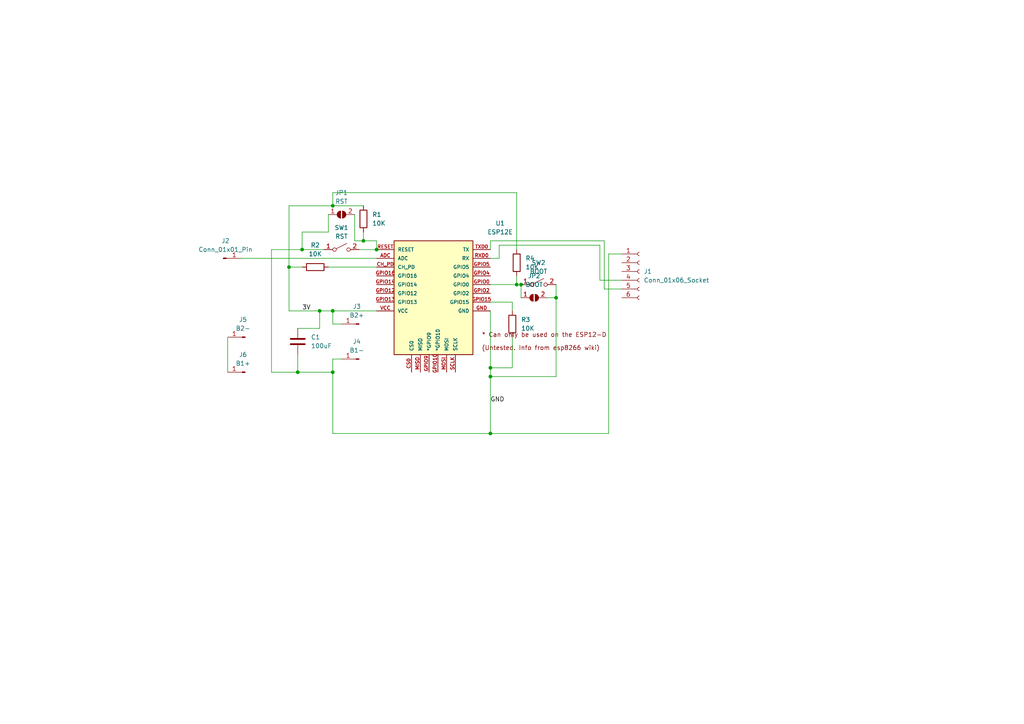
<source format=kicad_sch>
(kicad_sch (version 20230121) (generator eeschema)
  (paper "A4")
  (lib_symbols
    (symbol "Connector:Conn_01x01_Pin" (pin_names (offset 1.016) hide)
      (property "Reference" "J" (at 0 2.54 0))
      (property "Value" "Conn_01x01_Pin" (at 0 -2.54 0))
      (symbol "Conn_01x01_Pin_1_1"
        (polyline (pts (xy 1.27 0) (xy 0.8636 0)) (stroke (width 0.1524)))
        (rectangle (start 0.8636 0.127) (end 0 -0.127) (stroke (width 0.1524)) (fill (type outline)))
        (pin passive line (at 5.08 0 180) (length 3.81) (name "Pin_1") (number "1"))
      )
    )
    (symbol "Connector:Conn_01x06_Socket" (pin_names (offset 1.016) hide)
      (property "Reference" "J" (at 0 7.62 0))
      (property "Value" "Conn_01x06_Socket" (at 0 -10.16 0))
      (symbol "Conn_01x06_Socket_1_1"
        (arc (start 0 -7.112) (mid -0.5058 -7.62) (end 0 -8.128) (stroke (width 0.1524)))
        (arc (start 0 -4.572) (mid -0.5058 -5.08) (end 0 -5.588) (stroke (width 0.1524)))
        (arc (start 0 -2.032) (mid -0.5058 -2.54) (end 0 -3.048) (stroke (width 0.1524)))
        (polyline (pts (xy -1.27 -7.62) (xy -0.508 -7.62)) (stroke (width 0.1524)))
        (polyline (pts (xy -1.27 -5.08) (xy -0.508 -5.08)) (stroke (width 0.1524)))
        (polyline (pts (xy -1.27 -2.54) (xy -0.508 -2.54)) (stroke (width 0.1524)))
        (polyline (pts (xy -1.27 0) (xy -0.508 0)) (stroke (width 0.1524)))
        (polyline (pts (xy -1.27 2.54) (xy -0.508 2.54)) (stroke (width 0.1524)))
        (polyline (pts (xy -1.27 5.08) (xy -0.508 5.08)) (stroke (width 0.1524)))
        (arc (start 0 0.508) (mid -0.5058 0) (end 0 -0.508) (stroke (width 0.1524)))
        (arc (start 0 3.048) (mid -0.5058 2.54) (end 0 2.032) (stroke (width 0.1524)))
        (arc (start 0 5.588) (mid -0.5058 5.08) (end 0 4.572) (stroke (width 0.1524)))
        (pin passive line (at -5.08 5.08 0) (length 3.81) (name "Pin_1") (number "1"))
        (pin passive line (at -5.08 2.54 0) (length 3.81) (name "Pin_2") (number "2"))
        (pin passive line (at -5.08 0 0) (length 3.81) (name "Pin_3") (number "3"))
        (pin passive line (at -5.08 -2.54 0) (length 3.81) (name "Pin_4") (number "4"))
        (pin passive line (at -5.08 -5.08 0) (length 3.81) (name "Pin_5") (number "5"))
        (pin passive line (at -5.08 -7.62 0) (length 3.81) (name "Pin_6") (number "6"))
      )
    )
    (symbol "Device:C" (pin_numbers hide) (pin_names (offset 0.254))
      (property "Reference" "C" (at 0.635 2.54 0))
      (property "Value" "C" (at 0.635 -2.54 0))
      (symbol "C_0_1"
        (polyline (pts (xy -2.032 -0.762) (xy 2.032 -0.762)) (stroke (width 0.508)))
        (polyline (pts (xy -2.032 0.762) (xy 2.032 0.762)) (stroke (width 0.508)))
      )
      (symbol "C_1_1"
        (pin passive line (at 0 3.81 270) (length 2.794) (name "~") (number "1"))
        (pin passive line (at 0 -3.81 90) (length 2.794) (name "~") (number "2"))
      )
    )
    (symbol "Device:R" (pin_numbers hide) (pin_names (offset 0))
      (property "Reference" "R" (at 2.032 0 90))
      (property "Value" "R" (at 0 0 90))
      (symbol "R_0_1"
        (rectangle (start -1.016 -2.54) (end 1.016 2.54) (stroke (width 0.254)))
      )
      (symbol "R_1_1"
        (pin passive line (at 0 3.81 270) (length 1.27) (name "~") (number "1"))
        (pin passive line (at 0 -3.81 90) (length 1.27) (name "~") (number "2"))
      )
    )
    (symbol "ESP12E:ESP12E" (pin_names (offset 1.016))
      (property "Reference" "U" (at -12.7 10.16 0))
      (property "Value" "ESP12E" (at 7.62 -25.4 0))
      (symbol "ESP12E_0_0"
        (rectangle (start -12.7 -22.86) (end 10.16 10.16) (stroke (width 0.254)) (fill (type background)))
        (text "(Untested. Info from esp8266 wiki)" (at 12.7 -21.59 0) (effects (font (size 1.27 1.27)) (justify left bottom)))
        (text "* Can only be used on the ESP12-D" (at 12.7 -17.78 0) (effects (font (size 1.27 1.27)) (justify left bottom)))
        (pin bidirectional line (at -17.78 5.08 0) (length 5.08) (name "ADC") (number "ADC"))
        (pin bidirectional line (at -17.78 2.54 0) (length 5.08) (name "CH_PD") (number "CH_PD"))
        (pin bidirectional line (at -7.62 -27.94 90) (length 5.08) (name "CS0") (number "CS0"))
        (pin bidirectional line (at 15.24 -10.16 180) (length 5.08) (name "GND") (number "GND"))
        (pin bidirectional line (at 15.24 -2.54 180) (length 5.08) (name "GPIO0") (number "GPIO0"))
        (pin bidirectional line (at 0 -27.94 90) (length 5.08) (name "*GPIO10") (number "GPIO10"))
        (pin bidirectional line (at -17.78 -5.08 0) (length 5.08) (name "GPIO12") (number "GPIO12"))
        (pin bidirectional line (at -17.78 -7.62 0) (length 5.08) (name "GPIO13") (number "GPIO13"))
        (pin bidirectional line (at -17.78 -2.54 0) (length 5.08) (name "GPIO14") (number "GPIO14"))
        (pin bidirectional line (at 15.24 -7.62 180) (length 5.08) (name "GPIO15") (number "GPIO15"))
        (pin bidirectional line (at -17.78 0 0) (length 5.08) (name "GPIO16") (number "GPIO16"))
        (pin bidirectional line (at 15.24 -5.08 180) (length 5.08) (name "GPIO2") (number "GPIO2"))
        (pin bidirectional line (at 15.24 0 180) (length 5.08) (name "GPIO4") (number "GPIO4"))
        (pin bidirectional line (at 15.24 2.54 180) (length 5.08) (name "GPIO5") (number "GPIO5"))
        (pin bidirectional line (at -2.54 -27.94 90) (length 5.08) (name "*GPIO9") (number "GPIO9"))
        (pin bidirectional line (at -5.08 -27.94 90) (length 5.08) (name "MISO") (number "MISO"))
        (pin bidirectional line (at 2.54 -27.94 90) (length 5.08) (name "MOSI") (number "MOSI"))
        (pin bidirectional line (at -17.78 7.62 0) (length 5.08) (name "RESET") (number "RESET"))
        (pin bidirectional line (at 15.24 5.08 180) (length 5.08) (name "RX") (number "RXD0"))
        (pin bidirectional line (at 5.08 -27.94 90) (length 5.08) (name "SCLK") (number "SCLK"))
        (pin bidirectional line (at 15.24 7.62 180) (length 5.08) (name "TX") (number "TXD0"))
        (pin bidirectional line (at -17.78 -10.16 0) (length 5.08) (name "VCC") (number "VCC"))
      )
    )
    (symbol "Jumper:SolderJumper_2_Open" (pin_names (offset 0) hide)
      (property "Reference" "JP" (at 0 2.032 0))
      (property "Value" "SolderJumper_2_Open" (at 0 -2.54 0))
      (symbol "SolderJumper_2_Open_0_1"
        (arc (start -0.254 1.016) (mid -1.2656 0) (end -0.254 -1.016))
        (arc (start -0.254 1.016) (mid -1.2656 0) (end -0.254 -1.016) (fill (type outline)))
        (polyline (pts (xy -0.254 1.016) (xy -0.254 -1.016)))
        (polyline (pts (xy 0.254 1.016) (xy 0.254 -1.016)))
        (arc (start 0.254 -1.016) (mid 1.2656 0) (end 0.254 1.016))
        (arc (start 0.254 -1.016) (mid 1.2656 0) (end 0.254 1.016) (fill (type outline)))
      )
      (symbol "SolderJumper_2_Open_1_1"
        (pin passive line (at -3.81 0 0) (length 2.54) (name "A") (number "1"))
        (pin passive line (at 3.81 0 180) (length 2.54) (name "B") (number "2"))
      )
    )
    (symbol "Switch:SW_SPST" (pin_names (offset 0) hide)
      (property "Reference" "SW" (at 0 3.175 0))
      (property "Value" "SW_SPST" (at 0 -2.54 0))
      (symbol "SW_SPST_0_0"
        (circle (center -2.032 0) (radius 0.508))
        (polyline (pts (xy -1.524 0.254) (xy 1.524 1.778)))
        (circle (center 2.032 0) (radius 0.508))
      )
      (symbol "SW_SPST_1_1"
        (pin passive line (at -5.08 0 0) (length 2.54) (name "A") (number "1"))
        (pin passive line (at 5.08 0 180) (length 2.54) (name "B") (number "2"))
      )
    )
  )
  (junction (at 92.71 90.17))
  (junction (at 142.24 125.73))
  (junction (at 149.86 82.55))
  (junction (at 109.22 72.39))
  (junction (at 87.63 72.39))
  (junction (at 151.13 82.55))
  (junction (at 83.82 77.47))
  (junction (at 142.24 109.22))
  (junction (at 96.52 107.95))
  (junction (at 96.52 59.69))
  (junction (at 96.52 90.17))
  (junction (at 105.41 69.85))
  (junction (at 142.24 106.68))
  (junction (at 161.29 86.36))
  (junction (at 86.36 107.95))
  (wire (pts (xy 149.86 80.01) (xy 149.86 82.55)))
  (wire (pts (xy 96.52 125.73) (xy 96.52 107.95)))
  (wire (pts (xy 142.24 109.22) (xy 142.24 125.73)))
  (wire (pts (xy 142.24 125.73) (xy 96.52 125.73)))
  (wire (pts (xy 176.53 125.73) (xy 176.53 73.66)))
  (wire (pts (xy 144.78 74.93) (xy 142.24 74.93)))
  (wire (pts (xy 161.29 86.36) (xy 161.29 109.22)))
  (wire (pts (xy 95.25 67.31) (xy 87.63 67.31)))
  (wire (pts (xy 83.82 77.47) (xy 87.63 77.47)))
  (wire (pts (xy 87.63 72.39) (xy 93.98 72.39)))
  (wire (pts (xy 173.99 81.28) (xy 173.99 71.12)))
  (wire (pts (xy 86.36 107.95) (xy 96.52 107.95)))
  (wire (pts (xy 96.52 90.17) (xy 96.52 93.98)))
  (wire (pts (xy 96.52 93.98) (xy 99.06 93.98)))
  (wire (pts (xy 158.75 86.36) (xy 161.29 86.36)))
  (wire (pts (xy 78.74 72.39) (xy 78.74 107.95)))
  (wire (pts (xy 148.59 87.63) (xy 148.59 90.17)))
  (wire (pts (xy 173.99 71.12) (xy 144.78 71.12)))
  (wire (pts (xy 175.26 69.85) (xy 142.24 69.85)))
  (wire (pts (xy 78.74 107.95) (xy 86.36 107.95)))
  (wire (pts (xy 149.86 72.39) (xy 149.86 55.88)))
  (wire (pts (xy 148.59 106.68) (xy 142.24 106.68)))
  (wire (pts (xy 142.24 106.68) (xy 142.24 109.22)))
  (wire (pts (xy 83.82 90.17) (xy 92.71 90.17)))
  (wire (pts (xy 161.29 82.55) (xy 161.29 86.36)))
  (wire (pts (xy 92.71 95.25) (xy 92.71 90.17)))
  (wire (pts (xy 87.63 67.31) (xy 87.63 72.39)))
  (wire (pts (xy 109.22 90.17) (xy 96.52 90.17)))
  (wire (pts (xy 180.34 81.28) (xy 173.99 81.28)))
  (wire (pts (xy 142.24 87.63) (xy 148.59 87.63)))
  (wire (pts (xy 175.26 83.82) (xy 175.26 69.85)))
  (wire (pts (xy 180.34 83.82) (xy 175.26 83.82)))
  (wire (pts (xy 148.59 97.79) (xy 148.59 106.68)))
  (wire (pts (xy 109.22 69.85) (xy 109.22 72.39)))
  (wire (pts (xy 142.24 69.85) (xy 142.24 72.39)))
  (wire (pts (xy 176.53 73.66) (xy 180.34 73.66)))
  (wire (pts (xy 95.25 62.23) (xy 95.25 67.31)))
  (wire (pts (xy 78.74 72.39) (xy 87.63 72.39)))
  (wire (pts (xy 86.36 102.87) (xy 86.36 107.95)))
  (wire (pts (xy 69.85 74.93) (xy 109.22 74.93)))
  (wire (pts (xy 92.71 90.17) (xy 96.52 90.17)))
  (wire (pts (xy 105.41 69.85) (xy 109.22 69.85)))
  (wire (pts (xy 102.87 62.23) (xy 102.87 69.85)))
  (wire (pts (xy 66.04 97.79) (xy 66.04 107.95)))
  (wire (pts (xy 83.82 59.69) (xy 83.82 77.47)))
  (wire (pts (xy 149.86 55.88) (xy 96.52 55.88)))
  (wire (pts (xy 105.41 67.31) (xy 105.41 69.85)))
  (wire (pts (xy 102.87 69.85) (xy 105.41 69.85)))
  (wire (pts (xy 96.52 59.69) (xy 83.82 59.69)))
  (wire (pts (xy 142.24 82.55) (xy 149.86 82.55)))
  (wire (pts (xy 142.24 90.17) (xy 142.24 106.68)))
  (wire (pts (xy 104.14 72.39) (xy 109.22 72.39)))
  (wire (pts (xy 96.52 104.14) (xy 99.06 104.14)))
  (wire (pts (xy 151.13 86.36) (xy 151.13 82.55)))
  (wire (pts (xy 105.41 59.69) (xy 96.52 59.69)))
  (wire (pts (xy 144.78 71.12) (xy 144.78 74.93)))
  (wire (pts (xy 142.24 125.73) (xy 176.53 125.73)))
  (wire (pts (xy 96.52 107.95) (xy 96.52 104.14)))
  (wire (pts (xy 96.52 55.88) (xy 96.52 59.69)))
  (wire (pts (xy 149.86 82.55) (xy 151.13 82.55)))
  (wire (pts (xy 86.36 95.25) (xy 92.71 95.25)))
  (wire (pts (xy 161.29 109.22) (xy 142.24 109.22)))
  (wire (pts (xy 109.22 77.47) (xy 95.25 77.47)))
  (wire (pts (xy 83.82 77.47) (xy 83.82 90.17)))
  (label "GND" (at 142.24 116.84 0))
  (label "3V" (at 87.63 90.17 0))
  (symbol (lib_id "Connector:Conn_01x06_Socket") (at 185.42 78.74 0) (unit 1)
    (property "Reference" "J1" (at 186.69 78.74 0) (effects (justify left)))
    (property "Value" "Conn_01x06_Socket" (at 186.69 81.28 0) (effects (justify left)))
    (property "Footprint" "Connector_PinHeader_2.54mm:PinHeader_1x06_P2.54mm_Vertical" (effects hide))
  )
  (symbol (lib_id "Device:C") (at 86.36 99.06 0) (unit 1)
    (property "Reference" "C1" (at 90.17 97.79 0) (effects (justify left)))
    (property "Value" "100uF" (at 90.17 100.33 0) (effects (justify left)))
    (property "Footprint" "Capacitor_SMD:C_0402_1005Metric_Pad0.74x0.62mm_HandSolder" (effects hide))
  )
  (symbol (lib_id "Connector:Conn_01x01_Pin") (at 64.77 74.93 0) (unit 1)
    (property "Reference" "J2" (at 65.405 69.85 0))
    (property "Value" "Conn_01x01_Pin" (at 65.405 72.39 0))
    (property "Footprint" "MountingHole:MountingHole_3.2mm_M3_DIN965_Pad" (effects hide))
  )
  (symbol (lib_id "Jumper:SolderJumper_2_Open") (at 99.06 62.23 0) (unit 1)
    (property "Reference" "JP1" (at 99.06 55.88 0))
    (property "Value" "RST" (at 99.06 58.42 0))
    (property "Footprint" "Jumper:SolderJumper-2_P1.3mm_Open_Pad1.0x1.5mm" (effects hide))
  )
  (symbol (lib_id "Jumper:SolderJumper_2_Open") (at 154.94 86.36 0) (unit 1)
    (property "Reference" "JP2" (at 154.94 80.01 0))
    (property "Value" "BOOT" (at 154.94 82.55 0))
    (property "Footprint" "Jumper:SolderJumper-2_P1.3mm_Open_Pad1.0x1.5mm" (effects hide))
  )
  (symbol (lib_id "Connector:Conn_01x01_Pin") (at 71.12 97.79 180) (unit 1)
    (property "Reference" "J5" (at 70.485 92.71 0))
    (property "Value" "B2-" (at 70.485 95.25 0))
    (property "Footprint" "Connector_PinHeader_2.54mm:PinHeader_1x01_P2.54mm_Vertical" (effects hide))
  )
  (symbol (lib_id "Switch:SW_SPST") (at 99.06 72.39 0) (unit 1)
    (property "Reference" "SW1" (at 99.06 66.04 0))
    (property "Value" "RST" (at 99.06 68.58 0))
  )
  (symbol (lib_id "ESP12E:ESP12E") (at 127 80.01 0) (unit 1)
    (property "Reference" "U1" (at 145.0692 64.77 0))
    (property "Value" "ESP12E" (at 145.0692 67.31 0))
    (property "Footprint" "ESP12E:ESP12E-SMD" (effects hide))
    (property "MF" "AI-Thinker" (effects hide))
    (property "Description" "\nFLEXYPIN ADAPTER - ESP-07/ESP-12\n" (effects hide))
    (property "Package" "Package" (effects hide))
    (property "Price" "None" (effects hide))
    (property "SnapEDA_Link" "https://www.snapeda.com/parts/ESP-12E/AI-Thinker/view-part/?ref=snap" (effects hide))
    (property "MP" "ESP-12E" (effects hide))
    (property "Availability" "Not in stock" (effects hide))
    (property "Check_prices" "https://www.snapeda.com/parts/ESP-12E/AI-Thinker/view-part/?ref=eda" (effects hide))
  )
  (symbol (lib_id "Connector:Conn_01x01_Pin") (at 104.14 104.14 180) (unit 1)
    (property "Reference" "J4" (at 103.505 99.06 0))
    (property "Value" "B1-" (at 103.505 101.6 0))
    (property "Footprint" "Connector_PinHeader_2.54mm:PinHeader_1x01_P2.54mm_Vertical" (effects hide))
  )
  (symbol (lib_id "Device:R") (at 149.86 76.2 180) (unit 1)
    (property "Reference" "R4" (at 152.4 74.93 0) (effects (justify right)))
    (property "Value" "10K" (at 152.4 77.47 0) (effects (justify right)))
    (property "Footprint" "Resistor_SMD:R_0603_1608Metric_Pad0.98x0.95mm_HandSolder" (effects hide))
  )
  (symbol (lib_id "Connector:Conn_01x01_Pin") (at 104.14 93.98 180) (unit 1)
    (property "Reference" "J3" (at 103.505 88.9 0))
    (property "Value" "B2+" (at 103.505 91.44 0))
    (property "Footprint" "Connector_PinHeader_2.54mm:PinHeader_1x01_P2.54mm_Vertical" (effects hide))
  )
  (symbol (lib_id "Switch:SW_SPST") (at 156.21 82.55 0) (unit 1)
    (property "Reference" "SW2" (at 156.21 76.2 0))
    (property "Value" "BOOT" (at 156.21 78.74 0))
  )
  (symbol (lib_id "Device:R") (at 91.44 77.47 270) (unit 1)
    (property "Reference" "R2" (at 91.44 71.12 90))
    (property "Value" "10K" (at 91.44 73.66 90))
    (property "Footprint" "Resistor_SMD:R_0603_1608Metric_Pad0.98x0.95mm_HandSolder" (effects hide))
  )
  (symbol (lib_id "Device:R") (at 105.41 63.5 180) (unit 1)
    (property "Reference" "R1" (at 107.95 62.23 0) (effects (justify right)))
    (property "Value" "10K" (at 107.95 64.77 0) (effects (justify right)))
    (property "Footprint" "Resistor_SMD:R_0603_1608Metric_Pad0.98x0.95mm_HandSolder" (effects hide))
  )
  (symbol (lib_id "Connector:Conn_01x01_Pin") (at 71.12 107.95 180) (unit 1)
    (property "Reference" "J6" (at 70.485 102.87 0))
    (property "Value" "B1+" (at 70.485 105.41 0))
    (property "Footprint" "Connector_PinHeader_2.54mm:PinHeader_1x01_P2.54mm_Vertical" (effects hide))
  )
  (symbol (lib_id "Device:R") (at 148.59 93.98 180) (unit 1)
    (property "Reference" "R3" (at 151.13 92.71 0) (effects (justify right)))
    (property "Value" "10K" (at 151.13 95.25 0) (effects (justify right)))
    (property "Footprint" "Resistor_SMD:R_0603_1608Metric_Pad0.98x0.95mm_HandSolder" (effects hide))
  )
)
</source>
